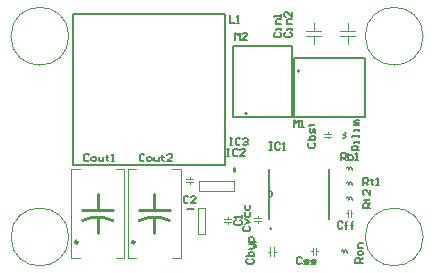
<source format=gbr>
%TF.GenerationSoftware,Altium Limited,Altium Designer,20.1.8 (145)*%
G04 Layer_Color=16777215*
%FSLAX24Y24*%
%MOIN*%
%TF.SameCoordinates,EFFAC6F7-03CC-4013-BD78-E1C7C4EA7A57*%
%TF.FilePolarity,Positive*%
%TF.FileFunction,Legend,Top*%
%TF.Part,Single*%
G01*
G75*
%TA.AperFunction,NonConductor*%
%ADD39C,0.0050*%
%ADD44C,0.0040*%
%ADD45C,0.0060*%
%ADD46C,0.0098*%
%ADD47C,0.0100*%
%ADD48C,0.0080*%
D39*
X9700Y272D02*
X9660Y312D01*
X9580D01*
X9540Y272D01*
Y112D01*
X9580Y72D01*
X9660D01*
X9700Y112D01*
X9780Y72D02*
X9900D01*
X9940Y112D01*
X9900Y152D01*
X9820D01*
X9780Y192D01*
X9820Y232D01*
X9940D01*
X10020Y72D02*
X10140D01*
X10180Y112D01*
X10140Y152D01*
X10060D01*
X10020Y192D01*
X10060Y232D01*
X10180D01*
X7300Y4277D02*
X7380D01*
X7340D01*
Y4037D01*
X7300D01*
X7380D01*
X7660Y4237D02*
X7620Y4277D01*
X7540D01*
X7500Y4237D01*
Y4077D01*
X7540Y4037D01*
X7620D01*
X7660Y4077D01*
X7740Y4237D02*
X7780Y4277D01*
X7860D01*
X7900Y4237D01*
Y4197D01*
X7860Y4157D01*
X7820D01*
X7860D01*
X7900Y4117D01*
Y4077D01*
X7860Y4037D01*
X7780D01*
X7740Y4077D01*
X7216Y3923D02*
X7296D01*
X7256D01*
Y3683D01*
X7216D01*
X7296D01*
X7576Y3883D02*
X7536Y3923D01*
X7456D01*
X7416Y3883D01*
Y3723D01*
X7456Y3683D01*
X7536D01*
X7576Y3723D01*
X7816Y3683D02*
X7656D01*
X7816Y3843D01*
Y3883D01*
X7776Y3923D01*
X7696D01*
X7656Y3883D01*
X11739Y130D02*
X11499D01*
Y250D01*
X11539Y290D01*
X11619D01*
X11659Y250D01*
Y130D01*
Y210D02*
X11739Y290D01*
Y410D02*
Y490D01*
X11699Y530D01*
X11619D01*
X11579Y490D01*
Y410D01*
X11619Y370D01*
X11699D01*
X11739Y410D01*
Y610D02*
X11579D01*
Y730D01*
X11619Y770D01*
X11739D01*
X7904Y258D02*
X7864Y218D01*
Y138D01*
X7904Y98D01*
X8064D01*
X8104Y138D01*
Y218D01*
X8064Y258D01*
X7864Y338D02*
X8104D01*
Y458D01*
X8064Y498D01*
X8024D01*
X7984D01*
X7944Y458D01*
Y338D01*
Y578D02*
X8064D01*
X8104Y618D01*
Y738D01*
X8144D01*
X8184Y698D01*
Y658D01*
X8104Y738D02*
X7944D01*
X8184Y818D02*
X7944D01*
Y937D01*
X7984Y977D01*
X8064D01*
X8104Y937D01*
Y818D01*
X5927Y2319D02*
X5887Y2359D01*
X5807D01*
X5767Y2319D01*
Y2159D01*
X5807Y2119D01*
X5887D01*
X5927Y2159D01*
X6167Y2119D02*
X6007D01*
X6167Y2279D01*
Y2319D01*
X6127Y2359D01*
X6047D01*
X6007Y2319D01*
X7500Y1540D02*
X7460Y1500D01*
Y1420D01*
X7500Y1380D01*
X7660D01*
X7700Y1420D01*
Y1500D01*
X7660Y1540D01*
X7700Y1620D02*
Y1700D01*
Y1660D01*
X7460D01*
X7500Y1620D01*
X11995Y1943D02*
X11755D01*
Y2063D01*
X11795Y2103D01*
X11875D01*
X11915Y2063D01*
Y1943D01*
Y2023D02*
X11995Y2103D01*
X11795Y2223D02*
X11835D01*
Y2183D01*
Y2263D01*
Y2223D01*
X11955D01*
X11995Y2263D01*
Y2543D02*
Y2383D01*
X11835Y2543D01*
X11795D01*
X11755Y2503D01*
Y2423D01*
X11795Y2383D01*
X8630Y4137D02*
X8710D01*
X8670D01*
Y3897D01*
X8630D01*
X8710D01*
X8989Y4097D02*
X8949Y4137D01*
X8869D01*
X8830Y4097D01*
Y3937D01*
X8869Y3897D01*
X8949D01*
X8989Y3937D01*
X9069Y3897D02*
X9149D01*
X9109D01*
Y4137D01*
X9069Y4097D01*
X11625Y3870D02*
X11385D01*
Y3990D01*
X11425Y4030D01*
X11505D01*
X11545Y3990D01*
Y3870D01*
Y3950D02*
X11625Y4030D01*
Y4110D02*
Y4190D01*
Y4150D01*
X11465D01*
Y4110D01*
X11625Y4310D02*
Y4390D01*
Y4350D01*
X11385D01*
Y4310D01*
X11625Y4510D02*
Y4590D01*
Y4550D01*
X11465D01*
Y4510D01*
X11625Y4710D02*
X11465D01*
Y4750D01*
X11505Y4790D01*
X11625D01*
X11505D01*
X11465Y4830D01*
X11505Y4870D01*
X11625D01*
X11758Y2718D02*
Y2958D01*
X11878D01*
X11918Y2918D01*
Y2838D01*
X11878Y2798D01*
X11758D01*
X11838D02*
X11918Y2718D01*
X12038Y2918D02*
Y2878D01*
X11998D01*
X12078D01*
X12038D01*
Y2758D01*
X12078Y2718D01*
X12198D02*
X12278D01*
X12238D01*
Y2958D01*
X12198Y2918D01*
X11017Y3540D02*
Y3780D01*
X11137D01*
X11177Y3740D01*
Y3660D01*
X11137Y3620D01*
X11017D01*
X11097D02*
X11177Y3540D01*
X11257Y3780D02*
Y3540D01*
X11377D01*
X11417Y3580D01*
Y3620D01*
Y3660D01*
X11377Y3700D01*
X11257D01*
X11497Y3540D02*
X11577D01*
X11537D01*
Y3780D01*
X11497Y3740D01*
X7307Y8369D02*
Y8129D01*
X7467D01*
X7547D02*
X7627D01*
X7587D01*
Y8369D01*
X7547Y8329D01*
X7775Y1339D02*
X7735Y1299D01*
Y1219D01*
X7775Y1179D01*
X7935D01*
X7975Y1219D01*
Y1299D01*
X7935Y1339D01*
X7815Y1419D02*
X7975Y1499D01*
X7815Y1579D01*
Y1819D02*
Y1699D01*
X7855Y1659D01*
X7935D01*
X7975Y1699D01*
Y1819D01*
X7815Y2059D02*
Y1939D01*
X7855Y1899D01*
X7935D01*
X7975Y1939D01*
Y2059D01*
X4463Y3702D02*
X4423Y3742D01*
X4343D01*
X4303Y3702D01*
Y3542D01*
X4343Y3502D01*
X4423D01*
X4463Y3542D01*
X4583Y3502D02*
X4663D01*
X4703Y3542D01*
Y3622D01*
X4663Y3662D01*
X4583D01*
X4543Y3622D01*
Y3542D01*
X4583Y3502D01*
X4783Y3662D02*
Y3542D01*
X4823Y3502D01*
X4942D01*
Y3662D01*
X5062Y3702D02*
Y3662D01*
X5022D01*
X5102D01*
X5062D01*
Y3542D01*
X5102Y3502D01*
X5382D02*
X5222D01*
X5382Y3662D01*
Y3702D01*
X5342Y3742D01*
X5262D01*
X5222Y3702D01*
X2613D02*
X2573Y3742D01*
X2493D01*
X2453Y3702D01*
Y3542D01*
X2493Y3502D01*
X2573D01*
X2613Y3542D01*
X2733Y3502D02*
X2813D01*
X2853Y3542D01*
Y3622D01*
X2813Y3662D01*
X2733D01*
X2693Y3622D01*
Y3542D01*
X2733Y3502D01*
X2933Y3662D02*
Y3542D01*
X2973Y3502D01*
X3093D01*
Y3662D01*
X3213Y3702D02*
Y3662D01*
X3173D01*
X3253D01*
X3213D01*
Y3542D01*
X3253Y3502D01*
X3373D02*
X3453D01*
X3413D01*
Y3742D01*
X3373Y3702D01*
X8822Y7804D02*
X8782Y7764D01*
Y7684D01*
X8822Y7644D01*
X8982D01*
X9022Y7684D01*
Y7764D01*
X8982Y7804D01*
X9022Y7884D02*
Y7964D01*
Y7924D01*
X8862D01*
Y7884D01*
X9022Y8084D02*
X8862D01*
Y8204D01*
X8902Y8244D01*
X9022D01*
Y8323D02*
Y8403D01*
Y8363D01*
X8782D01*
X8822Y8323D01*
X11068Y1466D02*
X11028Y1506D01*
X10948D01*
X10908Y1466D01*
Y1306D01*
X10948Y1266D01*
X11028D01*
X11068Y1306D01*
X11188Y1266D02*
Y1466D01*
Y1386D01*
X11148D01*
X11228D01*
X11188D01*
Y1466D01*
X11228Y1506D01*
X11388Y1266D02*
Y1466D01*
Y1386D01*
X11348D01*
X11428D01*
X11388D01*
Y1466D01*
X11428Y1506D01*
X9947Y4125D02*
X9908Y4085D01*
Y4005D01*
X9947Y3965D01*
X10107D01*
X10147Y4005D01*
Y4085D01*
X10107Y4125D01*
X9908Y4205D02*
X10147D01*
Y4325D01*
X10107Y4365D01*
X10067D01*
X10027D01*
X9987Y4325D01*
Y4205D01*
X10147Y4445D02*
Y4565D01*
X10107Y4605D01*
X10067Y4565D01*
Y4485D01*
X10027Y4445D01*
X9987Y4485D01*
Y4605D01*
X9947Y4724D02*
X9987D01*
Y4684D01*
Y4764D01*
Y4724D01*
X10107D01*
X10147Y4764D01*
X9447Y4634D02*
Y4874D01*
X9527Y4794D01*
X9607Y4874D01*
Y4634D01*
X9687D02*
X9767D01*
X9727D01*
Y4874D01*
X9687Y4834D01*
X7486Y7559D02*
Y7799D01*
X7566Y7719D01*
X7646Y7799D01*
Y7559D01*
X7886D02*
X7726D01*
X7886Y7719D01*
Y7759D01*
X7846Y7799D01*
X7766D01*
X7726Y7759D01*
X9172Y7801D02*
X9132Y7761D01*
Y7681D01*
X9172Y7641D01*
X9332D01*
X9372Y7681D01*
Y7761D01*
X9332Y7801D01*
X9372Y7881D02*
Y7961D01*
Y7921D01*
X9212D01*
Y7881D01*
X9372Y8081D02*
X9212D01*
Y8201D01*
X9252Y8241D01*
X9372D01*
Y8481D02*
Y8321D01*
X9212Y8481D01*
X9172D01*
X9132Y8441D01*
Y8361D01*
X9172Y8321D01*
D44*
X1942Y984D02*
G03*
X1942Y984I-964J0D01*
G01*
Y7677D02*
G03*
X1942Y7677I-964J0D01*
G01*
X13753Y984D02*
G03*
X13753Y984I-964J0D01*
G01*
Y7677D02*
G03*
X13753Y7677I-964J0D01*
G01*
X5975Y2765D02*
Y2824D01*
Y2923D02*
Y2982D01*
X5857Y2923D02*
X6093D01*
X5857Y2824D02*
X6093D01*
X7235Y1426D02*
Y1486D01*
Y1584D02*
Y1643D01*
X7116Y1584D02*
X7353D01*
X7116Y1486D02*
X7353D01*
X5394Y3238D02*
X5679D01*
X5394Y285D02*
X5679D01*
X3908Y3238D02*
X4193D01*
X3908Y285D02*
X4193D01*
X5679D02*
Y3238D01*
X3908Y285D02*
Y3238D01*
X8239Y1463D02*
Y1522D01*
Y1620D02*
Y1679D01*
X8121Y1620D02*
X8357D01*
X8121Y1522D02*
X8357D01*
X8654Y339D02*
Y634D01*
X8772Y339D02*
Y634D01*
Y486D02*
X8850D01*
X8575D02*
X8654D01*
X6270Y2519D02*
X7451D01*
X6270Y2834D02*
X7451D01*
X6270Y2519D02*
Y2834D01*
X7451Y2519D02*
Y2834D01*
X6250Y1948D02*
X6486D01*
X6250Y1082D02*
X6486D01*
X6250D02*
Y1948D01*
X6486Y1082D02*
X6486Y1948D01*
X10580Y4270D02*
Y4329D01*
Y4427D02*
Y4486D01*
X10462Y4427D02*
X10698D01*
X10462Y4329D02*
X10698D01*
X11181Y3272D02*
X11210Y3337D01*
X11235Y3271D01*
X11261Y3205D01*
X11290Y3270D01*
X11318Y3335D01*
X11344Y3269D01*
X11370Y3203D01*
X11398Y3268D01*
X11180Y2781D02*
X11209Y2846D01*
X11235Y2780D01*
X11260Y2714D01*
X11289Y2779D01*
X11318Y2844D01*
X11343Y2778D01*
X11369Y2712D01*
X11398Y2777D01*
X11339Y1769D02*
X11398D01*
X11181D02*
X11240D01*
X11240Y1651D02*
Y1887D01*
X11339Y1651D02*
Y1887D01*
X11014Y516D02*
X11042Y581D01*
X11068Y515D01*
X11094Y449D01*
X11122Y514D01*
X11151Y579D01*
X11177Y513D01*
X11202Y447D01*
X11231Y512D01*
X10089Y394D02*
Y630D01*
X10188Y394D02*
Y630D01*
X10188Y512D02*
X10247D01*
X10030D02*
X10089D01*
X2018Y285D02*
Y3238D01*
X3789Y285D02*
Y3238D01*
X2018Y285D02*
X2303D01*
X2018Y3238D02*
X2303D01*
X3504Y285D02*
X3789D01*
X3504Y3238D02*
X3789D01*
X11180Y2277D02*
X11209Y2342D01*
X11235Y2276D01*
X11260Y2210D01*
X11289Y2275D01*
X11318Y2340D01*
X11343Y2274D01*
X11369Y2208D01*
X11398Y2272D01*
X11116Y4487D02*
X11181Y4459D01*
X11115Y4433D02*
X11181Y4459D01*
X11049Y4407D02*
X11115Y4433D01*
X11049Y4407D02*
X11114Y4378D01*
X11179Y4350D01*
X11113Y4324D02*
X11179Y4350D01*
X11047Y4298D02*
X11113Y4324D01*
X11047Y4298D02*
X11112Y4270D01*
X11243Y7845D02*
Y8101D01*
Y7412D02*
Y7667D01*
X10987D02*
X11499D01*
X10987Y7845D02*
X11499D01*
X10101D02*
Y8101D01*
Y7412D02*
Y7667D01*
X9845D02*
X10357D01*
X9845Y7845D02*
X10357D01*
D45*
X7875Y5108D02*
G03*
X7875Y5108I-30J0D01*
G01*
X9617Y6516D02*
G03*
X9617Y6516I-30J0D01*
G01*
X8602Y2296D02*
G03*
X8602Y2536I0J120D01*
G01*
X8702Y1264D02*
G03*
X8702Y1264I-30J0D01*
G01*
X2067Y3386D02*
Y8425D01*
X7146D01*
Y3386D02*
Y8425D01*
X2067Y3386D02*
X7146D01*
X7402Y4981D02*
X9371D01*
Y7344D01*
X7402D02*
X9371D01*
X7402Y4981D02*
Y7344D01*
X9460Y6959D02*
X11822D01*
Y4990D02*
Y6959D01*
X9460Y4990D02*
X11822D01*
X9460D02*
Y6959D01*
X8602Y1575D02*
Y3256D01*
X10612Y1575D02*
Y3256D01*
D46*
X2253Y812D02*
G03*
X2253Y812I-49J0D01*
G01*
X4143D02*
G03*
X4143Y812I-49J0D01*
G01*
D47*
X3403Y1533D02*
G03*
X2404Y1533I-499J-1070D01*
G01*
X5293D02*
G03*
X4294Y1533I-499J-1070D01*
G01*
X4282Y1890D02*
X5305D01*
X4793Y1112D02*
Y1644D01*
Y1890D02*
Y2402D01*
X7451Y3169D02*
Y3267D01*
X2904Y1890D02*
Y2402D01*
Y1112D02*
Y1644D01*
X2392Y1890D02*
X3415D01*
D48*
X5878Y1925D02*
X6112D01*
%TF.MD5,3fcb59efd237865f28475ca0f1a9775a*%
M02*

</source>
